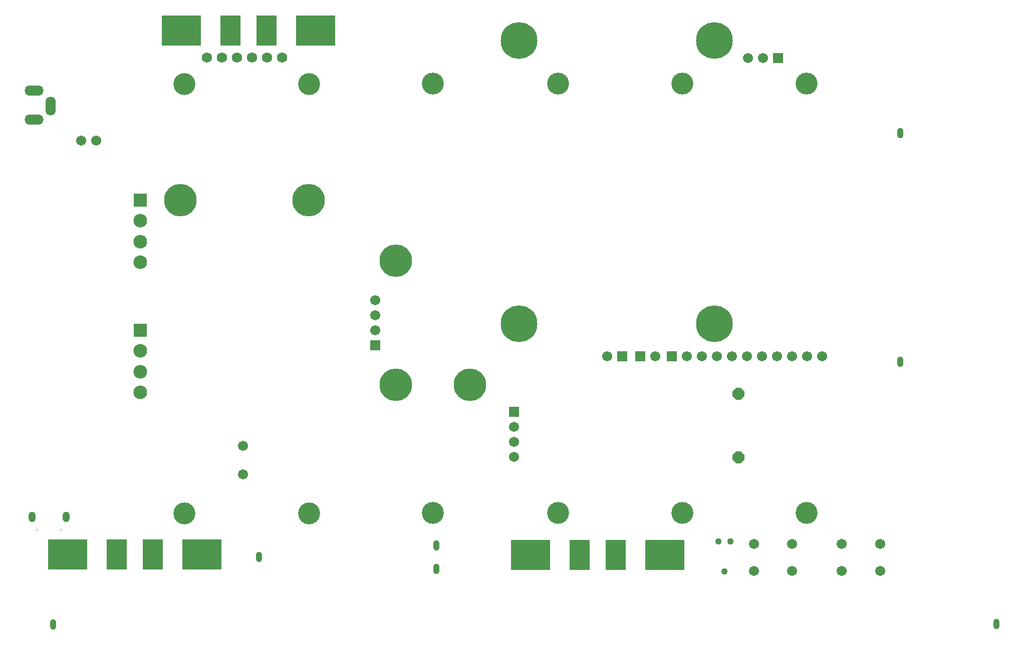
<source format=gbs>
G04*
G04 #@! TF.GenerationSoftware,Altium Limited,Altium Designer,22.8.2 (66)*
G04*
G04 Layer_Color=16711935*
%FSAX25Y25*%
%MOIN*%
G70*
G04*
G04 #@! TF.SameCoordinates,6D899778-4568-4F72-86F0-953F423F45E2*
G04*
G04*
G04 #@! TF.FilePolarity,Negative*
G04*
G01*
G75*
%ADD158R,0.06706X0.06706*%
%ADD168C,0.24422*%
%ADD169C,0.06706*%
%ADD170C,0.09068*%
%ADD171R,0.09068X0.09068*%
%ADD172R,0.00800X0.00800*%
%ADD173O,0.04737X0.07099*%
%ADD174R,0.06706X0.06706*%
%ADD175C,0.14580*%
%ADD176O,0.12611X0.06706*%
%ADD177O,0.06706X0.12611*%
%ADD178P,0.08537X8X292.5*%
%ADD179C,0.21666*%
%ADD180C,0.06800*%
%ADD181O,0.03950X0.07099*%
%ADD182C,0.04343*%
%ADD236R,0.26391X0.20485*%
%ADD237R,0.13792X0.20485*%
D158*
X0745863Y0630375D02*
D03*
X0654046Y0431733D02*
D03*
X0674992D02*
D03*
X0642235D02*
D03*
D168*
X0573422Y0453308D02*
D03*
X0703344D02*
D03*
X0573422Y0642284D02*
D03*
X0703344D02*
D03*
D169*
X0725863Y0630375D02*
D03*
X0735863D02*
D03*
X0389859Y0372265D02*
D03*
Y0353013D02*
D03*
X0477801Y0469147D02*
D03*
Y0459147D02*
D03*
Y0449147D02*
D03*
X0664046Y0431733D02*
D03*
X0764992D02*
D03*
X0754992D02*
D03*
X0744992D02*
D03*
X0734992D02*
D03*
X0714992D02*
D03*
X0704992D02*
D03*
X0694992D02*
D03*
X0684992D02*
D03*
X0774992D02*
D03*
X0724992D02*
D03*
X0632235D02*
D03*
X0570188Y0364922D02*
D03*
Y0374922D02*
D03*
Y0384922D02*
D03*
X0282182Y0575454D02*
D03*
X0813840Y0306627D02*
D03*
X0788249Y0288911D02*
D03*
X0813840D02*
D03*
X0788249Y0306627D02*
D03*
X0755277D02*
D03*
X0729686Y0288911D02*
D03*
X0755277D02*
D03*
X0729686Y0306627D02*
D03*
X0292025Y0575454D02*
D03*
D170*
X0321356Y0407835D02*
D03*
Y0421615D02*
D03*
Y0435394D02*
D03*
Y0494449D02*
D03*
Y0508229D02*
D03*
Y0522008D02*
D03*
D171*
Y0449174D02*
D03*
Y0535788D02*
D03*
D172*
X0252962Y0316200D02*
D03*
X0268907D02*
D03*
D173*
X0249603Y0324664D02*
D03*
X0272241D02*
D03*
D174*
X0477801Y0439147D02*
D03*
X0570188Y0394922D02*
D03*
D175*
X0350916Y0613274D02*
D03*
Y0327274D02*
D03*
X0433690Y0327289D02*
D03*
Y0613288D02*
D03*
X0599412Y0613505D02*
D03*
Y0327505D02*
D03*
X0516269Y0327471D02*
D03*
Y0613471D02*
D03*
X0764938Y0613418D02*
D03*
Y0327418D02*
D03*
X0682312Y0327485D02*
D03*
Y0613485D02*
D03*
D176*
X0250686Y0608721D02*
D03*
Y0589430D02*
D03*
D177*
X0261710Y0598485D02*
D03*
D178*
X0719440Y0364371D02*
D03*
Y0406891D02*
D03*
D179*
X0348270Y0535913D02*
D03*
X0433388D02*
D03*
X0491458Y0495613D02*
D03*
Y0412936D02*
D03*
X0540671D02*
D03*
D180*
X0365829Y0630795D02*
D03*
X0415829D02*
D03*
X0405829D02*
D03*
X0395829D02*
D03*
X0385829D02*
D03*
X0375829D02*
D03*
D181*
X0263492Y0253245D02*
D03*
X0891257Y0253348D02*
D03*
X0827221Y0427997D02*
D03*
Y0580359D02*
D03*
X0518444Y0290005D02*
D03*
X0518366Y0305793D02*
D03*
X0400374Y0298195D02*
D03*
D182*
X0714135Y0308485D02*
D03*
X0706135D02*
D03*
X0710135Y0288485D02*
D03*
D236*
X0438132Y0648846D02*
D03*
X0348762D02*
D03*
X0273027Y0299922D02*
D03*
X0362397D02*
D03*
X0581005Y0299318D02*
D03*
X0670375D02*
D03*
D237*
X0381439Y0648846D02*
D03*
X0405454D02*
D03*
X0637698Y0299318D02*
D03*
X0329720Y0299922D02*
D03*
X0305704D02*
D03*
X0613683Y0299318D02*
D03*
M02*

</source>
